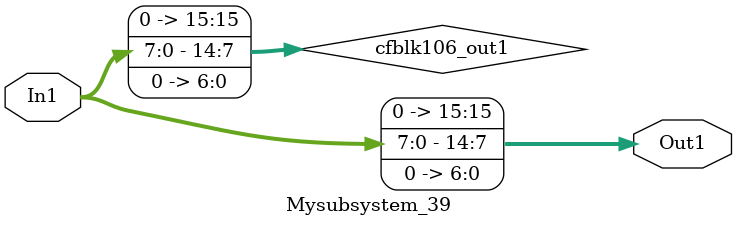
<source format=v>



`timescale 1 ns / 1 ns

module Mysubsystem_39
          (In1,
           Out1);


  input   [7:0] In1;  // uint8
  output  [15:0] Out1;  // ufix16_En7


  wire [15:0] cfblk106_out1;  // ufix16_En7


  assign cfblk106_out1 = {1'b0, {In1, 7'b0000000}};



  assign Out1 = cfblk106_out1;

endmodule  // Mysubsystem_39


</source>
